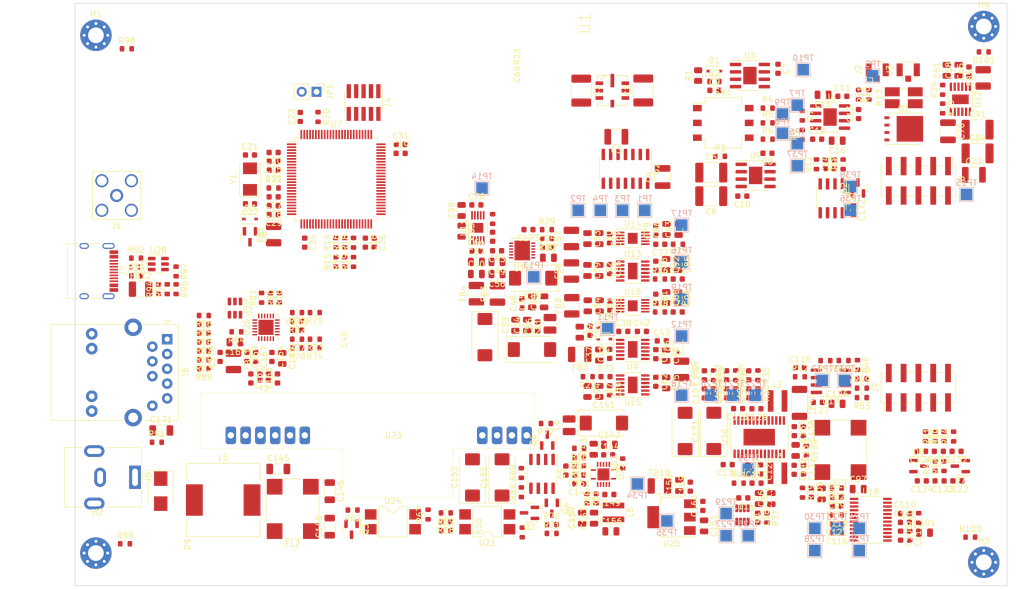
<source format=kicad_pcb>
(kicad_pcb (version 20211014) (generator pcbnew)
  (layers (0 "F.Cu" signal) (31 "B.Cu" signal) (34 "B.Paste" user) (35 "F.Paste" user) (36 "B.SilkS" user "B.Silkscreen") (37 "F.SilkS" user "F.Silkscreen") (38 "B.Mask" user) (39 "F.Mask" user) (44 "Edge.Cuts" user))
  (net 0 "")
  (net 1 "+5VA")
  (net 2 "GND")
  (net 3 "Net-(C2-Pad2)")
  (net 4 "Net-(C5-Pad1)")
  (net 5 "Net-(C5-Pad2)")
  (net 6 "Net-(C6-Pad1)")
  (net 7 "+9VA")
  (net 8 "-6V")
  (net 9 "+15V")
  (net 10 "Net-(C13-Pad1)")
  (net 11 "Net-(C13-Pad2)")
  (net 12 "/MCU/PD_MON")
  (net 13 "/driveStage/PD_C")
  (net 14 "Net-(C17-Pad2)")
  (net 15 "Net-(C18-Pad1)")
  (net 16 "Net-(C19-Pad1)")
  (net 17 "+3V3")
  (net 18 "Net-(C21-Pad2)")
  (net 19 "Net-(C22-Pad1)")
  (net 20 "/MCU/VREF")
  (net 21 "+12V")
  (net 22 "Net-(C37-Pad2)")
  (net 23 "Net-(C38-Pad1)")
  (net 24 "Net-(C38-Pad2)")
  (net 25 "Net-(C40-Pad1)")
  (net 26 "Net-(C42-Pad2)")
  (net 27 "Net-(C43-Pad2)")
  (net 28 "-9V")
  (net 29 "IN")
  (net 30 "Net-(C50-Pad1)")
  (net 31 "Net-(C51-Pad1)")
  (net 32 "Net-(C52-Pad1)")
  (net 33 "Net-(C53-Pad1)")
  (net 34 "Net-(C54-Pad1)")
  (net 35 "Net-(C55-Pad1)")
  (net 36 "Net-(C69-Pad1)")
  (net 37 "Net-(C70-Pad1)")
  (net 38 "Net-(C71-Pad1)")
  (net 39 "Net-(C72-Pad1)")
  (net 40 "Net-(C73-Pad1)")
  (net 41 "Net-(C74-Pad1)")
  (net 42 "+9V")
  (net 43 "+8V")
  (net 44 "+3.3VA")
  (net 45 "/thermostat/DAC_REF")
  (net 46 "/thermostat/ADC_REF")
  (net 47 "/thermostat/ADC_A3V3")
  (net 48 "/thermostat/ADC_D3V3")
  (net 49 "Net-(C102-Pad1)")
  (net 50 "Net-(C103-Pad1)")
  (net 51 "Net-(C104-Pad1)")
  (net 52 "/thermostat/MAXV")
  (net 53 "/thermostat/MAXIP")
  (net 54 "/thermostat/MAXIN")
  (net 55 "Net-(C110-Pad1)")
  (net 56 "Net-(C115-Pad1)")
  (net 57 "Net-(C117-Pad1)")
  (net 58 "/MCU/TEC_ISEN")
  (net 59 "Net-(C119-Pad1)")
  (net 60 "/MCU/TEC_VREF")
  (net 61 "Net-(C122-Pad2)")
  (net 62 "Net-(C123-Pad2)")
  (net 63 "Net-(C125-Pad1)")
  (net 64 "+5V")
  (net 65 "Net-(C132-Pad2)")
  (net 66 "Net-(C133-Pad2)")
  (net 67 "Net-(C135-Pad2)")
  (net 68 "Net-(C136-Pad2)")
  (net 69 "Net-(C141-Pad1)")
  (net 70 "Net-(C145-Pad1)")
  (net 71 "Net-(C145-Pad2)")
  (net 72 "Net-(C146-Pad1)")
  (net 73 "Net-(C147-Pad1)")
  (net 74 "Net-(C148-Pad1)")
  (net 75 "Net-(C149-Pad1)")
  (net 76 "Net-(C149-Pad2)")
  (net 77 "Net-(C150-Pad1)")
  (net 78 "Net-(C151-Pad1)")
  (net 79 "Net-(C152-Pad1)")
  (net 80 "Net-(C152-Pad2)")
  (net 81 "Net-(C158-Pad1)")
  (net 82 "Net-(C162-Pad2)")
  (net 83 "Net-(C163-Pad2)")
  (net 84 "Net-(C164-Pad1)")
  (net 85 "/Ehternet/AVDDT_PHY")
  (net 86 "/Ehternet/ETH_SHIELD")
  (net 87 "Net-(D1-Pad2)")
  (net 88 "/MCU/MCU_RSTn")
  (net 89 "/MCU/RST")
  (net 90 "Net-(FB12-Pad1)")
  (net 91 "Net-(FB12-Pad2)")
  (net 92 "/thermostat/TEC+")
  (net 93 "/thermostat/TEC-")
  (net 94 "Net-(J7-PadA7)")
  (net 95 "Net-(J7-PadA6)")
  (net 96 "/MCU/USB_DP")
  (net 97 "/MCU/USB_DN")
  (net 98 "Net-(J1-Pad1)")
  (net 99 "Net-(J2-Pad1)")
  (net 100 "/MCU/SWDIO")
  (net 101 "/MCU/SWCLK")
  (net 106 "Net-(J6-Pad1)")
  (net 107 "Net-(J6-Pad2)")
  (net 108 "Net-(J6-Pad3)")
  (net 109 "Net-(J6-Pad6)")
  (net 110 "/Ehternet/POE_VC-")
  (net 111 "/Ehternet/POE_VC+")
  (net 112 "Net-(J6-Pad11)")
  (net 113 "Net-(J6-Pad13)")
  (net 114 "Net-(J7-PadA5)")
  (net 116 "Net-(J7-PadB5)")
  (net 118 "/driveStage/LD-")
  (net 119 "/thermostat/NTC+")
  (net 120 "/thermostat/NTC-")
  (net 121 "Net-(JP1-Pad1)")
  (net 122 "Net-(L2-Pad1)")
  (net 123 "Net-(L3-Pad1)")
  (net 124 "Net-(Q1-Pad1)")
  (net 125 "Net-(Q2-Pad3)")
  (net 126 "Net-(Q3-Pad1)")
  (net 127 "Net-(Q4-Pad1)")
  (net 128 "Net-(Q5-Pad4)")
  (net 129 "Net-(Q6-Pad1)")
  (net 130 "Net-(R4-Pad1)")
  (net 131 "Net-(R4-Pad2)")
  (net 132 "Net-(R5-Pad1)")
  (net 133 "Net-(R6-Pad1)")
  (net 134 "Net-(R7-Pad2)")
  (net 135 "Net-(R10-Pad2)")
  (net 136 "/MCU/PD_BIAS")
  (net 137 "Net-(R14-Pad2)")
  (net 138 "Net-(R15-Pad2)")
  (net 139 "Net-(R16-Pad2)")
  (net 140 "Net-(R17-Pad2)")
  (net 141 "Net-(R18-Pad2)")
  (net 142 "Net-(R19-Pad2)")
  (net 143 "Net-(R24-Pad2)")
  (net 144 "Net-(R29-Pad2)")
  (net 145 "Net-(R30-Pad2)")
  (net 146 "/MCU/PWM_MAXV")
  (net 147 "/MCU/PWM_MAXIP")
  (net 148 "/MCU/PWM_MAXIN")
  (net 149 "Net-(R41-Pad1)")
  (net 150 "Net-(R42-Pad2)")
  (net 151 "Net-(R45-Pad1)")
  (net 152 "Net-(R46-Pad2)")
  (net 153 "/MCU/TEC_VSEN")
  (net 154 "Net-(R48-Pad2)")
  (net 155 "Net-(R56-Pad2)")
  (net 156 "Net-(R57-Pad2)")
  (net 157 "Net-(R60-Pad2)")
  (net 158 "Net-(R63-Pad1)")
  (net 159 "Net-(R65-Pad1)")
  (net 160 "/MCU/AT_EVENT")
  (net 161 "/MCU/POE_PWR_SRC")
  (net 162 "/Ehternet/RMII_RXD0")
  (net 163 "Net-(R73-Pad2)")
  (net 164 "/Ehternet/RMII_RXD1")
  (net 165 "Net-(R74-Pad2)")
  (net 166 "/Ehternet/RMII_CRS_DV")
  (net 167 "Net-(R75-Pad2)")
  (net 168 "/Ehternet/RMII_REF_CLK")
  (net 169 "Net-(R76-Pad2)")
  (net 170 "/Ehternet/RMII_MDIO")
  (net 171 "Net-(R82-Pad2)")
  (net 172 "/Ehternet/ETH_LED_1")
  (net 173 "Net-(R84-Pad1)")
  (net 174 "/Ehternet/PHY_TD_P")
  (net 175 "/Ehternet/PHY_TD_N")
  (net 176 "/Ehternet/PHY_RD_P")
  (net 177 "/Ehternet/PHY_RD_N")
  (net 178 "/Ehternet/ETH_LED_2")
  (net 179 "Net-(R94-Pad2)")
  (net 180 "Net-(R95-Pad1)")
  (net 181 "/MCU/USB_VBUS")
  (net 182 "/MCU/LDAC_LOAD")
  (net 183 "/MCU/LDAC_CLK")
  (net 184 "/MCU/LDAC_MOSI")
  (net 185 "/MCU/LDAC_CS")
  (net 186 "/MCU/TADC_SYNC")
  (net 187 "/MCU/TADC_MISO")
  (net 188 "/MCU/TDAC_MOSI")
  (net 189 "/MCU/TADC_CLK")
  (net 190 "/MCU/TDAC_CLK")
  (net 191 "/MCU/TADC_CS")
  (net 192 "/MCU/TDAC_SYNC")
  (net 193 "/MCU/TADC_MOSI")
  (net 194 "Net-(U1-Pad6)")
  (net 208 "/Ehternet/RMII_MDC")
  (net 209 "/Ehternet/PHY_NRST")
  (net 210 "/MCU/TEC_SHDN")
  (net 215 "/Ehternet/RMII_TX_EN")
  (net 216 "/Ehternet/RMII_TXD0")
  (net 217 "/Ehternet/RMII_TXD1")
  (net 258 "Net-(U19-Pad5)")
  (net 260 "Net-(U23-Pad3)")
  (net 267 "Net-(C35-Pad1)")
  (net 268 "Net-(J3-Pad1)")
  (net 269 "Net-(H1-Pad1)")
  (net 270 "Net-(H2-Pad1)")
  (net 271 "Net-(H3-Pad1)")
  (net 272 "Net-(H4-Pad1)")
  (footprint "Connector_RJ:RJ45_Abracon_ARJP11A-MA_Horizontal" (layer "F.Cu") (at 15.7964 57.6926 -90)
    (fp_text reference "J6")
    (fp_text value "RJ45_Abracon_ARJP11A-MASA-B-A-EMU2")
  )
  (footprint "Resistor_SMD:R_0603_1608Metric" (layer "F.Cu") (at 38.1008 53.117 180)
    (fp_text reference "R79")
    (fp_text value "10k")
  )
  (footprint "Resistor_SMD:R_0603_1608Metric" (layer "F.Cu") (at 63.6448 87.521 180)
    (fp_text reference "R59")
    (fp_text value "82k")
  )
  (footprint "Resistor_SMD:R_0603_1608Metric" (layer "F.Cu") (at 81.816 89.515)
    (fp_text reference "R70")
    (fp_text value "33k2")
  )
  (footprint "Capacitor_SMD:C_0603_1608Metric" (layer "F.Cu") (at 38.1008 56.165)
    (fp_text reference "C166")
    (fp_text value "100n")
  )
  (footprint "Capacitor_SMD:C_0603_1608Metric" (layer "F.Cu") (at 148.4148 82.022 180)
    (fp_text reference "C123")
    (fp_text value "100n")
  )
  (footprint "Package_TO_SOT_SMD:SOT-23" (layer "F.Cu") (at 81.054 75.0116 90)
    (fp_text reference "Q6")
    (fp_text value "BC857")
  )
  (footprint "Capacitor_SMD:C_0805_2012Metric" (layer "F.Cu") (at 107.978 89.7436 -90)
    (fp_text reference "C161")
    (fp_text value "10u")
  )
  (footprint "Inductor_SMD:L_1210_3225Metric" (layer "F.Cu") (at 34.077 39.728 90)
    (fp_text reference "FB1")
    (fp_text value "1K@100MHz")
  )
  (footprint "Capacitor_SMD:C_0603_1608Metric" (layer "F.Cu") (at 111.8388 63.8864 90)
    (fp_text reference "C103")
    (fp_text value "100n")
  )
  (footprint "Capacitor_SMD:C_0603_1608Metric" (layer "F.Cu") (at 68.8848 42.5348)
    (fp_text reference "C64")
    (fp_text value "100n")
  )
  (footprint "Package_QFP:LQFP-100_14x14mm_P0.5mm" (layer "F.Cu") (at 44.831 30.226)
    (fp_text reference "U7")
    (fp_text value "STM32F407VGTx")
  )
  (footprint "Capacitor_SMD:C_0603_1608Metric" (layer "F.Cu") (at 115.6488 63.8864 90)
    (fp_text reference "C104")
    (fp_text value "100n")
  )
  (footprint "Resistor_SMD:R_0603_1608Metric" (layer "F.Cu") (at 38.1008 54.641 180)
    (fp_text reference "R82")
    (fp_text value "10k")
  )
  (footprint "Capacitor_SMD:C_0603_1608Metric" (layer "F.Cu") (at 108.0288 66.9852 90)
    (fp_text reference "C107")
    (fp_text value "100n")
  )
  (footprint "Capacitor_SMD:C_0805_2012Metric" (layer "F.Cu") (at 86.6394 56.4874 -90)
    (fp_text reference "C39")
    (fp_text value "10u")
  )
  (footprint "Resistor_SMD:R_0603_1608Metric" (layer "F.Cu") (at 118.773 88.372 -90)
    (fp_text reference "R31")
    (fp_text value "33")
  )
  (footprint "Resistor_SMD:R_0603_1608Metric" (layer "F.Cu") (at 41.1488 53.117 180)
    (fp_text reference "R75")
    (fp_text value "33")
  )
  (footprint "Resistor_SMD:R_0603_1608Metric" (layer "F.Cu") (at 144.8334 88.385 90)
    (fp_text reference "R40")
    (fp_text value "33")
  )
  (footprint "Resistor_SMD:R_0603_1608Metric" (layer "F.Cu") (at 113.4136 63.8864 -90)
    (fp_text reference "R34")
    (fp_text value "10k")
  )
  (footprint "Resistor_SMD:R_0603_1608Metric" (layer "F.Cu") (at 156.0094 8.362 180)
    (fp_text reference "R101")
    (fp_text value "0")
  )
  (footprint "Capacitor_SMD:C_0603_1608Metric" (layer "F.Cu") (at 91.7702 60.211 90)
    (fp_text reference "C41")
    (fp_text value "100n")
  )
  (footprint "Diode_SMD:D_SMB" (layer "F.Cu") (at 14.6854 83.7746 -90)
    (fp_text reference "D9")
    (fp_text value "SMBJ13A-13-F")
  )
  (footprint "Capacitor_SMD:C_0603_1608Metric" (layer "F.Cu") (at 68.8848 34.6354)
    (fp_text reference "C76")
    (fp_text value "100n")
  )
  (footprint "Inductor_SMD:L_Wuerth_WE-PD-Typ-LS" (layer "F.Cu") (at 25.4168 85.307)
    (fp_text reference "L5")
    (fp_text value "10u")
  )
  (footprint "Capacitor_SMD:C_0805_2012Metric" (layer "F.Cu") (at 72.4332 46.5043 180)
    (fp_text reference "C56")
    (fp_text value "10u")
  )
  (footprint "Package_SO:SOIC-8-1EP_3.9x4.9mm_P1.27mm_EP2.29x3mm" (layer "F.Cu") (at 115.852 12.426)
    (fp_text reference "U3")
    (fp_text value "ADA4898-1YRDZ")
  )
  (footprint "Capacitor_SMD:C_0805_2012Metric" (layer "F.Cu") (at 89.0296 76.5864 90)
    (fp_text reference "C143")
    (fp_text value "10u")
  )
  (footprint "Package_TO_SOT_SMD:SOT-23-6" (layer "F.Cu") (at 27.4328 52.355 -90)
    (fp_text reference "U27")
    (fp_text value "USBLC6-4SC6")
  )
  (footprint "Resistor_SMD:R_0603_1608Metric" (layer "F.Cu") (at 47.793 41.122 90)
    (fp_text reference "R18")
    (fp_text value "10k")
  )
  (footprint "Capacitor_SMD:C_1812_4532Metric" (layer "F.Cu") (at 154.94 25.781)
    (fp_text reference "C84")
    (fp_text value "10u PP")
  )
  (footprint "Resistor_SMD:R_0603_1608Metric" (layer "F.Cu") (at 109.6036 63.8864 -90)
    (fp_text reference "R33")
    (fp_text value "10k")
  )
  (footprint "Resistor_SMD:R_0603_1608Metric" (layer "F.Cu") (at 100.4062 47.3586)
    (fp_text reference "R26")
    (fp_text value "51k")
  )
  (footprint "Capacitor_SMD:C_0603_1608Metric" (layer "F.Cu") (at 130.7618 89.4264 180)
    (fp_text reference "C121")
    (fp_text value "1u")
  )
  (footprint "Capacitor_SMD:C_0603_1608Metric" (layer "F.Cu") (at 91.7702 45.6444 -90)
    (fp_text reference "C66")
    (fp_text value "100n")
  )
  (footprint "Capacitor_SMD:C_0603_1608Metric" (layer "F.Cu") (at 117.186 88.3466 -90)
    (fp_text reference "C98")
    (fp_text value "100n")
  )
  (footprint "Capacitor_SMD:C_0603_1608Metric" (layer "F.Cu") (at 100.457 41.3896 180)
    (fp_text reference "C72")
    (fp_text value "100n")
  )
  (footprint "Capacitor_SMD:C_0805_2012Metric" (layer "F.Cu") (at 151.684 11.524 90)
    (fp_text reference "C58")
    (fp_text value "10u")
  )
  (footprint "Resistor_SMD:R_0603_1608Metric" (layer "F.Cu") (at 17.3254 46.0556 -90)
    (fp_text reference "R97")
    (fp_text value "10k")
  )
  (footprint "Resistor_SMD:R_0603_1608Metric" (layer "F.Cu") (at 117.2236 66.9852 -90)
    (fp_text reference "R38")
    (fp_text value "10k")
  )
  (footprint "Resistor_SMD:R_0603_1608Metric" (layer "F.Cu") (at 81.0006 38.875)
    (fp_text reference "R29")
    (fp_text value "33k2")
  )
  (footprint "Capacitor_SMD:C_0603_1608Metric" (layer "F.Cu") (at 94.107 56.3502)
    (fp_text reference "C38")
    (fp_text value "1u")
  )
  (footprint "Connector_Coaxial:SMA_Amphenol_132203-12_Horizontal" (layer "F.Cu") (at 7.1176 33.02 90)
    (fp_text reference "J1")
    (fp_text value "MOD_IN")
  )
  (footprint "Inductor_SMD:L_1210_3225Metric" (layer "F.Cu") (at 72.4916 49.924 90)
    (fp_text reference "FB3")
    (fp_text value "1K@100MHz")
  )
  (footprint "Resistor_SMD:R_0603_1608Metric" (layer "F.Cu") (at 89.436 85.07 90)
    (fp_text reference "R60")
    (fp_text value "82k")
  )
  (footprint "Capacitor_SMD:C_0805_2012Metric" (layer "F.Cu") (at 101.473 60.465 -90)
    (fp_text reference "C48")
    (fp_text value "10u")
  )
  (footprint "Connector_USB:USB_C_Receptacle_HRO_TYPE-C-31-M-12" (layer "F.Cu") (at 2.5934 45.9926 -90)
    (fp_text reference "J7")
    (fp_text value "USB_C_Receptacle_USB2.0")
  )
  (footprint "Inductor_SMD:L_1210_3225Metric" (layer "F.Cu") (at 85.1916 40.399 90)
    (fp_text reference "FB7")
    (fp_text value "1K@100MHz")
  )
  (footprint "Capacitor_SMD:C_0805_2012Metric" (layer "F.Cu") (at 101.473 50.5336 -90)
    (fp_text reference "C88")
    (fp_text value "10u")
  )
  (footprint "Capacitor_SMD:C_0603_1608Metric" (layer "F.Cu") (at 100.711 57.9758)
    (fp_text reference "C43")
    (fp_text value "1u")
  )
  (footprint "Capacitor_SMD:C_0805_2012Metric" (layer "F.Cu") (at 89.9922 66.6626 -90)
    (fp_text reference "C87")
    (fp_text value "10u")
  )
  (footprint "Capacitor_SMD:C_0603_1608Metric" (layer "F.Cu") (at 91.5188 77.5516)
    (fp_text reference "C144")
    (fp_text value "100n")
  )
  (footprint "Resistor_SMD:R_0603_1608Metric" (layer "F.Cu") (at 81.0006 40.399 180)
    (fp_text reference "R30")
    (fp_text value "150k")
  )
  (footprint "Capacitor_SMD:C_0603_1608Metric" (layer "F.Cu") (at 133.632 35.54 -90)
    (fp_text reference "C172")
    (fp_text value "100n")
  )
  (footprint "Package_SO:MSOP-12-1EP_3x4mm_P0.65mm_EP1.65x2.85mm" (layer "F.Cu") (at 95.7326 45.987)
    (fp_text reference "U13")
    (fp_text value "LT3045xMSE")
  )
  (footprint "Capacitor_SMD:C_0603_1608Metric" (layer "F.Cu") (at 99.695 60.2618 -90)
    (fp_text reference "C47")
    (fp_text value "100n")
  )
  (footprint "Resistor_SMD:R_0603_1608Metric" (layer "F.Cu") (at 32.0048 50.577 90)
    (fp_text reference "R81")
    (fp_text value "10k")
  )
  (footprint "Capacitor_SMD:C_0805_2012Metric" (layer "F.Cu") (at 101.5238 38.8496 90)
    (fp_text reference "C86")
    (fp_text value "10u")
  )
  (footprint "MountingHole:MountingHole_2.7mm_M2.5_Pad_Via" (layer "F.Cu") (at 156 4)
    (fp_text reference "H4")
    (fp_text value "MountingHole_Pad")
  )
  (footprint "Connector_PinHeader_1.27mm:PinHeader_2x05_P1.27mm_Vertical_SMD" (layer "F.Cu") (at 49.5202 17.0552 -90)
    (fp_text reference "J4")
    (fp_text value "Conn_02x05_Odd_Even")
  )
  (footprint "Package_TO_SOT_SMD:SOT-223-3_TabPin2" (layer "F.Cu") (at 102.39 88.245 180)
    (fp_text reference "U25")
    (fp_text value "AMS1117-3.3")
  )
  (footprint "Capacitor_SMD:C_0805_2012Metric" (layer "F.Cu") (at 89.9922 45.8854 -90)
    (fp_text reference "C52")
    (fp_text value "10u")
  )
  (footprint "Resistor_SMD:R_0603_1608Metric" (layer "F.Cu") (at 117.2236 63.8864 -90)
    (fp_text reference "R35")
    (fp_text value "10k")
  )
  (footprint "Resistor_SMD:R_0603_1608Metric" (layer "F.Cu") (at 118.9 23.348)
    (fp_text reference "R6")
    (fp_text value "100")
  )
  (footprint "Resistor_SMD:R_0603_1608Metric" (layer "F.Cu") (at 88.011 64.1226 180)
    (fp_text reference "R22")
    (fp_text value "60k4")
  )
  (footprint "Capacitor_SMD:C_0603_1608Metric" (layer "F.Cu") (at 55.88 25.781)
    (fp_text reference "C19")
    (fp_text value "2u2")
  )
  (footprint "Resistor_SMD:R_0603_1608Metric" (layer "F.Cu") (at 22.0988 61.245 180)
    (fp_text reference "R83")
    (fp_text value "10k")
  )
  (footprint "Capacitor_SMD:C_0603_1608Metric" (layer "F.Cu") (at 112.042 79.228 180)
    (fp_text reference "C130")
    (fp_text value "1u")
  )
  (footprint "Capacitor_SMD:C_0805_2012Metric" (layer "F.Cu") (at 128.171 84.2448 -90)
    (fp_text reference "C100")
    (fp_text value "10u")
  )
  (footprint "Package_SO:MSOP-12-1EP_3x4mm_P0.65mm_EP1.65x2.85mm" (layer "F.Cu") (at 95.7326 65.545 180)
    (fp_text reference "U15")
    (fp_text value "LT3094xMSE")
  )
  (footprint "Inductor_SMD:L_1008_2520Metric" (layer "F.Cu") (at 81.5314 55.0494 90)
    (fp_text reference "L1")
    (fp_text value "1u")
  )
  (footprint "Resistor_SMD:R_0603_1608Metric" (layer "F.Cu") (at 8.8672 7.8286)
    (fp_text reference "R98")
    (fp_text value "0")
  )
  (footprint "Package_SO:MSOP-12-1EP_3x4mm_P0.65mm_EP1.65x2.85mm" (layer "F.Cu") (at 95.7326 59.449 180)
    (fp_text reference "U9")
    (fp_text value "LTC3261")
  )
  (footprint "Crystal:Crystal_SMD_2016-4Pin_2.0x1.6mm" (layer "F.Cu") (at 32.45 64.177 180)
    (fp_text reference "Y2")
    (fp_text value "25MHz")
  )
  (footprint "Resistor_SMD:R_0603_1608Metric" (layer "F.Cu") (at 124.841 19.304 -90)
    (fp_text reference "R7")
    (fp_text value "100")
  )
  (footprint "Capacitor_SMD:C_0603_1608Metric" (layer "F.Cu") (at 34.077 36.296 180)
    (fp_text reference "C29")
    (fp_text value "2u2")
  )
  (footprint "Capacitor_SMD:C_0603_1608Metric" (layer "F.Cu") (at 91.7702 66.4594 -90)
    (fp_text reference "C80")
    (fp_text value "100n")
  )
  (footprint "Capacitor_SMD:C_1206_3216Metric" (layer "F.Cu") (at 43.7048 83.783 -90)
    (fp_text reference "C146")
    (fp_text value "4n7")
  )
  (footprint "Inductor_SMD:L_Wuerth_MAPI-4020" (layer "F.Cu") (at 92.4332 87.4322 -90)
    (fp_text reference "L6")
    (fp_text value "3u3")
  )
  (footprint "Resistor_SMD:R_0603_1608Metric" (layer "F.Cu") (at 136.284 15.728 90)
    (fp_text reference "R11")
    (fp_text value "0")
  )
  (footprint "Capacitor_SMD:C_0805_2012Metric" (layer "F.Cu") (at 103.505 44.8694 -90)
    (fp_text reference "C85")
    (fp_text value "10u")
  )
  (footprint "Capacitor_SMD:C_0805_2012Metric" (layer "F.Cu") (at 91.722 75.8244)
    (fp_text reference "C142")
    (fp_text value "10u")
  )
  (footprint "Package_SO:SOIC-14_3.9x8.7mm_P1.27mm" (layer "F.Cu") (at 94.488 28.448 -90)
    (fp_text reference "U2")
    (fp_text value "MAX5719xSD")
  )
  (footprint "Capacitor_SMD:C_0603_1608Metric" (layer "F.Cu") (at 116.9696 69.6388 180)
    (fp_text reference "C129")
    (fp_text value "1u")
  )
  (footprint "Resistor_SMD:R_0603_1608Metric" (layer "F.Cu") (at 109.756 13.442)
    (fp_text reference "R2")
    (fp_text value "100")
  )
  (footprint "Capacitor_SMD:C_0603_1608Metric" (layer "F.Cu") (at 99.695 45.0726 -90)
    (fp_text reference "C78")
    (fp_text value "100n")
  )
  (footprint "Connector_Coaxial:U.FL_Hirose_U.FL-R-SMT-1_Vertical" (layer "F.Cu") (at 137.696 11.918 90)
    (fp_text reference "J2")
    (fp_text value "DNP")
  )
  (footprint "Capacitor_SMD:C_0603_1608Metric" (layer "F.Cu") (at 114.5454 33.127 180)
    (fp_text reference "C10")
    (fp_text value "100n")
  )
  (footprint "Inductor_SMD:L_CommonModeChoke_Wuerth_WE-SL5" (layer "F.Cu") (at 131.3968 76.7)
    (fp_text reference "FL1")
    (fp_text value "WE-SL5")
  )
  (footprint "Resistor_SMD:R_0603_1608Metric" (layer "F.Cu") (at 153.698 91.674)
    (fp_text reference "R100")
    (fp_text value "0")
  )
  (footprint "Resistor_SMD:R_0603_1608Metric" (layer "F.Cu") (at 22.0988 59.721 180)
    (fp_text reference "R90")
    (fp_text value "220")
  )
  (footprint "Capacitor_SMD:C_0603_1608Metric" (layer "F.Cu") (at 71.6788 40.0964 -90)
    (fp_text reference "C69")
    (fp_text value "100n")
  )
  (footprint "Inductor_SMD:L_1210_3225Metric" (layer "F.Cu") (at 100.3072 82.8856)
    (fp_text reference "FB10")
    (fp_text value "1K@100MHz")
  )
  (footprint "Diode_SMD:D_SOD-323" (layer "F.Cu") (at 109.756 11.664)
    (fp_text reference "D1")
    (fp_text value "AQ4020-01FTG-C")
  )
  (footprint "Resistor_SMD:R_0603_1608Metric" (layer "F.Cu") (at 41.697 19.532 -90)
    (fp_text reference "R20")
    (fp_text value "10k")
  )
  (footprint "Connector_BarrelJack:BarrelJack_CUI_PJ-063AH_Horizontal" (layer "F.Cu") (at 10.2794 81.4026 -90)
    (fp_text reference "J5")
    (fp_text value "Barrel_Jack")
  )
  (footprint "Resistor_SMD:R_0603_1608Metric" (layer "F.Cu") (at 146.0018 74.402 -90)
    (fp_text reference "R55")
    (fp_text value "5k11 5ppm")
  )
  (footprint "Resistor_SMD:R_0603_1608Metric" (layer "F.Cu") (at 86.5404 79.482 180)
    (fp_text reference "R64")
    (fp_text value "4k12")
  )
  (footprint "Resistor_SMD:R_0603_1608Metric" (layer "F.Cu") (at 148.9408 14.8768 90)
    (fp_text reference "R24")
    (fp_text value "470")
  )
  (footprint "Capacitor_SMD:C_0603_1608Metric" (layer "F.Cu") (at 120.678 11.2576 -90)
    (fp_text reference "C7")
    (fp_text value "100n")
  )
  (footprint "Capacitor_Tantalum_SMD:CP_EIA-7343-15_Kemet-W" (layer "F.Cu") (at 78.6308 47.2155 180)
    (fp_text reference "C89")
    (fp_text value "220u")
  )
  (footprint "Capacitor_SMD:C_0603_1608Metric" (layer "F.Cu") (at 125.5294 76.7886 -90)
    (fp_text reference "C139")
    (fp_text value "100n")
  )
  (footprint "Capacitor_SMD:C_0603_1608Metric" (layer "F.Cu") (at 151.3358 76.942 180)
    (fp_text reference "C132")
    (fp_text value "10n")
  )
  (footprint "Capacitor_SMD:C_1206_3216Metric" (layer "F.Cu") (at 34.8768 79.973)
    (fp_text reference "C145")
    (fp_text value "4n7")
  )
  (footprint "Capacitor_SMD:C_0603_1608Metric" (layer "F.Cu") (at 91.059 64.1226)
    (fp_text reference "C73")
    (fp_text value "100n")
  )
  (footprint "Package_SO:TSSOP-24_4.4x7.8mm_P0.65mm" (layer "F.Cu") (at 136.6038 88.6898)
    (fp_text reference "U18")
    (fp_text value "AD7172-2")
  )
  (footprint "Capacitor_SMD:C_0603_1608Metric" (layer "F.Cu") (at 148.2878 76.942 180)
    (fp_text reference "C133")
    (fp_text value "100n")
  )
  (footprint "Resistor_SMD:R_0603_1608Metric" (layer "F.Cu") (at 38.1008 57.689 180)
    (fp_text reference "R77")
    (fp_text value "10k")
  )
  (footprint "Inductor_SMD:L_CommonModeChoke_Coilcraft_0603USB" (layer "F.Cu") (at 10.2134 45.2936 90)
    (fp_text reference "FL3")
    (fp_text value "Filter_EMI_LL_1423")
  )
  (footprint "Inductor_SMD:L_1210_3225Metric" (layer "F.Cu") (at 68.8848 49.8754 90)
    (fp_text reference "FB4")
    (fp_text value "1K@100MHz")
  )
  (footprint "Resistor_SMD:R_0603_1608Metric" (layer "F.Cu") (at 134.3178 62.1084 -90)
    (fp_text reference "R46")
    (fp_text value "10k")
  )
  (footprint "Resistor_SMD:R_0603_1608Metric" (layer "F.Cu") (at 33.5288 50.577 -90)
    (fp_text reference "R76")
    (fp_text value "33")
  )
  (footprint "Capacitor_SMD:C_0603_1608Metric" (layer "F.Cu") (at 124.4372 62.5656)
    (fp_text reference "C118")
    (fp_text value "100n")
  )
  (footprint "Resistor_SMD:R_0603_1608Metric" (layer "F.Cu") (at 22.0988 53.625 180)
    (fp_text reference "R86")
    (fp_text value "33")
  )
  (footprint "Capacitor_SMD:C_1210_3225Metric" (layer "F.Cu") (at 154.305 29.464)
    (fp_text reference "C77")
    (fp_text value "100n PPS")
  )
  (footprint "Inductor_SMD:L_1210_3225Metric" (layer "F.Cu") (at 104.1146 62.878 -90)
    (fp_text reference "FB9")
    (fp_text value "1K@100MHz")
  )
  (footprint "Package_TO_SOT_SMD:SOT-23" (layer "F.Cu") (at 30.013 40.106 -90)
    (fp_text reference "U8")
    (fp_text value "STM809SWX6F")
  )
  (footprint "Capacitor_SMD:C_0805_2012Metric" (layer "F.Cu") (at 88.011 51.956 -90)
    (fp_text reference "C54")
    (fp_text value "10u")
  )
  (footprint "Connector_PinHeader_2.54mm:PinHeader_2x05_P2.54mm_Vertical_SMD" (layer "F.Cu") (at 144.78 30.495 -90)
    (fp_text reference "J8")
    (fp_text value "Conn_02x05_Odd_Even")
  )
  (footprint "Capacitor_SMD:C_0603_1608Metric" (layer "F.Cu") (at 115.6488 66.9852 90)
    (fp_text reference "C109")
    (fp_text value "100n")
  )
  (footprint "Capacitor_SMD:C_0603_1608Metric" (layer "F.Cu") (at 91.821 51.956 -90)
    (fp_text reference "C68")
    (fp_text value "100n")
  )
  (footprint "Package_DIP:SMDIP-4_W7.62mm" (layer "F.Cu") (at 54.5548 89.045)
    (fp_text reference "U24")
    (fp_text value "ACPL-217-500E")
  )
  (footprint "Resistor_SMD:R_0603_1608Metric" (layer "F.Cu") (at 46.269 41.122 90)
    (fp_text reference "R16")
    (fp_text value "10k")
  )
  (footprint "Capacitor_SMD:C_0603_1608Metric" (layer "F.Cu") (at 103.4542 47.3586)
    (fp_text reference "C71")
    (fp_text value "100n")
  )
  (footprint "Capacitor_SMD:C_0603_1608Metric" (layer "F.Cu") (at 97.3074 56.3502)
    (fp_text reference "C42")
    (fp_text value "1u")
  )
  (footprint "Capacitor_SMD:C_0603_1608Metric" (layer "F.Cu") (at 153.462 11.7272 90)
    (fp_text reference "C65")
    (fp_text value "100n")
  )
  (footprint "Diode_SMD:D_SOD-323" (layer "F.Cu") (at 30.013 37.058)
    (fp_text reference "D3")
    (fp_text value "B5819")
  )
  (footprint "Package_SO:SOIC-8-1EP_3.9x4.9mm_P1.27mm_EP2.29x3mm" (layer "F.Cu") (at 129.618 19.55)
    (fp_text reference "U6")
    (fp_text value "ADA4898-1YRDZ")
  )
  (footprint "Capacitor_SMD:C_0805_2012Metric" (layer "F.Cu") (at 87.9602 40.4244 -90)
    (fp_text reference "C53")
    (fp_text value "10u")
  )
  (footprint "Capacitor_SMD:C_0805_2012Metric" (layer "F.Cu") (at 27.4328 58.197 180)
    (fp_text reference "C168")
    (fp_text value "10u")
  )
  (footprint "Resistor_SMD:R_0603_1608Metric" (layer "F.Cu") (at 131.854 27.666 90)
    (fp_text reference "R9")
    (fp_text value "1k")
  )
  (footprint "Capacitor_SMD:C_0805_2012Metric" (layer "F.Cu") (at 68.8848 46.4972)
    (fp_text reference "C50")
    (fp_text value "10u")
  )
  (footprint "Capacitor_SMD:C_0603_1608Metric" (layer "F.Cu") (at 34.077 34.772 180)
    (fp_text reference "C28")
    (fp_text value "100n")
  )
  (footprint "Capacitor_SMD:C_0603_1608Metric" (layer "F.Cu") (at 127.394 23.348)
    (fp_text reference "C12")
    (fp_text value "100n")
  )
  (footprint "Capacitor_SMD:C_0603_1608Metric" (layer "F.Cu") (at 34.077 28.676 180)
    (fp_text reference "C30")
    (fp_text value "100n")
  )
  (footprint "Resistor_SMD:R_2010_5025Metric" (layer "F.Cu") (at 124.361 68.624 90)
    (fp_text reference "R45")
    (fp_text value "50m")
  )
  (footprint "Resistor_SMD:R_0603_1608Metric" (layer "F.Cu") (at 14.2774 49.1036 90)
    (fp_text reference "R94")
    (fp_text value "5k1")
  )
  (footprint "Resistor_SMD:R_0603_1608Metric" (layer "F.Cu") (at 87.8612 85.07 -90)
    (fp_text reference "R61")
    (fp_text value "33k2")
  )
  (footprint "Resistor_SMD:R_0603_1608Metric" (layer "F.Cu") (at 76.5988 80.663 90)
    (fp_text reference "R69")
    (fp_text value "10k")
  )
  (footprint "Package_SO:SOIC-8_3.9x4.9mm_P1.27mm" (layer "F.Cu") (at 129.7458 64.929 180)
    (fp_text reference "U19")
    (fp_text value "RS8552")
  )
  (footprint "Resistor_SMD:R_0603_1608Metric" (layer "F.Cu") (at 109.6036 66.9852 -90)
    (fp_text reference "R36")
    (fp_text value "10k")
  )
  (footprint "Capacitor_Tantalum_SMD:CP_EIA-7343-15_Kemet-W" (layer "F.Cu") (at 68.2168 81.425 90)
    (fp_text reference "C152")
    (fp_text value "220u")
  )
  (footprint "Resistor_SMD:R_Shunt_Ohmite_LVK20" (layer "F.Cu") (at 142.268 16.236 90)
    (fp_text reference "R13")
    (fp_text value "10")
  )
  (footprint "Capacitor_SMD:C_1812_4532Metric" (layer "F.Cu") (at 97.536 14.986 90)
    (fp_text reference "C2")
    (fp_text value "10u PP")
  )
  (footprint "Resistor_SMD:R_0603_1608Metric" (layer "F.Cu") (at 134.506 15.728 -90)
    (fp_text reference "R10")
    (fp_text value "100")
  )
  (footprint "Resistor_SMD:R_0603_1608Metric" (layer "F.Cu") (at 22.0988 55.149 180)
    (fp_text reference "R85")
    (fp_text value "33")
  )
  (footprint "Capacitor_SMD:C_0603_1608Metric" (layer "F.Cu") (at 88.4174 56.2486 -90)
    (fp_text reference "C35")
    (fp_text value "100n")
  )
  (footprint "Resistor_SMD:R_0603_1608Metric" (layer "F.Cu") (at 94.008 79.0248 90)
    (fp_text reference "R63")
    (fp_text value "82k")
  )
  (footprint "Capacitor_SMD:C_0603_1608Metric" (layer "F.Cu") (at 77.8256 38.875 180)
    (fp_text reference "C173")
    (fp_text value "100n")
  )
  (footprint "Resistor_SMD:R_0603_1608Metric" (layer "F.Cu") (at 149.1768 79.482 90)
    (fp_text reference "R43")
    (fp_text value "51")
  )
  (footprint "Capacitor_SMD:C_0603_1608Metric" (layer "F.Cu") (at 130.7618 90.9504 180)
    (fp_text reference "C116")
    (fp_text value "100n")
  )
  (footprint "Capacitor_Tantalum_SMD:CP_EIA-7343-15_Kemet-W" (layer "F.Cu") (at 90.781 72.0894)
    (fp_text reference "C141")
    (fp_text value "220u")
  )
  (footprint "Resistor_SMD:R_0603_1608Metric" (layer "F.Cu") (at 80.8254 72.1668 180)
    (fp_text reference "R72")
    (fp_text value "82k")
  )
  (footprint "Resistor_SMD:R_0603_1608Metric" (layer "F.Cu") (at 130.7618 83.2542 180)
    (fp_text reference "R32")
    (fp_text value "33")
  )
  (footprint "Resistor_SMD:R_0603_1608Metric" (layer "F.Cu") (at 135.0666 67.7218 180)
    (fp_text reference "R53")
    (fp_text value "20k")
  )
  (footprint "Capacitor_SMD:C_0603_1608Metric" (layer "F.Cu") (at 142.4712 89.1476)
    (fp_text reference "C111")
    (fp_text value "100n")
  )
  (footprint "Inductor_SMD:L_CommonModeChoke_Wuerth_WE-SL5" (layer "F.Cu") (at 37.3548 86.831)
    (fp_text reference "FL2")
    (fp_text value "2x1m")
  )
  (footprint "Capacitor_SMD:C_0603_1608Metric" (layer "F.Cu") (at 79.3978 55.4936 90)
    (fp_text reference "C36")
    (fp_text value "100n")
  )
  (footprint "MountingHole:MountingHole_2.7mm_M2.5_Pad_Via" (layer "F.Cu") (at 156 96)
    (fp_text reference "H3")
    (fp_text value "MountingHole_Pad")
  )
  (footprint "Resistor_SMD:R_0603_1608Metric" (layer "F.Cu") (at 41.1488 59.213 180)
    (fp_text reference "R74")
    (fp_text value "33")
  )
  (footprint "Package_DFN_QFN:QFN-24-1EP_4x4mm_P0.5mm_EP2.6x2.6mm" (layer "F.Cu") (at 32.7668 55.657 90)
    (fp_text reference "U26")
    (fp_text value "LAN8742A")
  )
  (footprint "Capacitor_SMD:C_0805_2012Metric" (layer "F.Cu") (at 68.8848 44.4144)
    (fp_text reference "C57")
    (fp_text value "10u")
  )
  (footprint "Resistor_SMD:R_0603_1608Metric" (layer "F.Cu") (at 63.6448 89.045 180)
    (fp_text reference "R58")
    (fp_text value "20k")
  )
  (footprint "Capacitor_SMD:C_0603_1608Metric" (layer "F.Cu") (at 81.0006 41.9323)
    (fp_text reference "C75")
    (fp_text value "100n")
  )
  (footprint "Capacitor_SMD:C_0805_2012Metric" (layer "F.Cu") (at 103.6066 38.8496 90)
    (fp_text reference "C93")
    (fp_text value "10u")
  )
  (footprint "Capacitor_Tantalum_SMD:CP_EIA-7343-15_Kemet-W" (layer "F.Cu") (at 104.7268 73.4502 90)
    (fp_text reference "C157")
    (fp_text value "220u")
  )
  (footprint "Resistor_SMD:R_0603_1608Metric" (layer "F.Cu") (at 22.0988 58.197 180)
    (fp_text reference "R87")
    (fp_text value "33")
  )
  (footprint "Resistor_SMD:R_0805_2012Metric" (layer "F.Cu") (at 106.962 12.426 90)
    (fp_text reference "R1")
    (fp_text value "50")
  )
  (footprint "Inductor_SMD:L_Wuerth_MAPI-4030" (layer "F.Cu") (at 120.6018 68.2926)
    (fp_text reference "L2")
    (fp_text value "6.8u")
  )
  (footprint "Capacitor_SMD:C_0805_2012Metric" (layer "F.Cu") (at 134.4448 83.432)
    (fp_text reference "C97")
    (fp_text value "10u")
  )
  (footprint "Capacitor_SMD:C_0805_2012Metric" (layer "F.Cu") (at 117.4134 85.07 -90)
    (fp_text reference "C113")
    (fp_text value "10u")
  )
  (footprint "Capacitor_SMD:C_0603_1608Metric" (layer "F.Cu") (at 86.5404 81.006 180)
    (fp_text reference "C151")
    (fp_text value "39p")
  )
  (footprint "Inductor_SMD:L_Wuerth_MAPI-4030" (layer "F.Cu") (at 120.5764 80.7132)
    (fp_text reference "L3")
    (fp_text value "6.8u")
  )
  (footprint "Capacitor_SMD:C_0603_1608Metric" (layer "F.Cu") (at 143.284 91.42 -90)
    (fp_text reference "C112")
    (fp_text value "100n")
  )
  (footprint "kirdy:AG5300" (layer "F.Cu") (at 26.7251 74.2006)
    (fp_text reference "U23")
    (fp_text value "AG5300")
  )
  (footprint "Capacitor_SMD:C_0603_1608Metric" (layer "F.Cu") (at 34.077 33.248 180)
    (fp_text reference "C27")
    (fp_text value "100n")
  )
  (footprint "Capacitor_Tantalum_SMD:CP_EIA-7343-15_Kemet-W" (layer "F.Cu") (at 70.3554 57.3354 -90)
    (fp_text reference "C40")
    (fp_text value "220u")
  )
  (footprint "Resistor_SMD:R_0603_1608Metric" (layer "F.Cu") (at 149.1768 74.402 90)
    (fp_text reference "R50")
    (fp_text value "51")
  )
  (footprint "Package_SO:MSOP-12-1EP_3x4mm_P0.65mm_EP1.65x2.85mm" (layer "F.Cu") (at 151.9888 16.5024 -90)
    (fp_text reference "U12")
    (fp_text value "LT3045xMSE")
  )
  (footprint "Capacitor_SMD:C_1210_3225Metric" (layer "F.Cu") (at 92.9132 22.9362 180)
    (fp_text reference "C3")
    (fp_text value "100n PPS")
  )
  (footprint "Capacitor_SMD:C_0603_1608Metric" (layer "F.Cu") (at 123.4466 80.116 -90)
    (fp_text reference "C140")
    (fp_text value "100n")
  )
  (footprint "Resistor_SMD:R_0603_1608Metric" (layer "F.Cu") (at 41.1488 57.689 180)
    (fp_text reference "R73")
    (fp_text value "33")
  )
  (footprint "Capacitor_SMD:C_0603_1608Metric" (layer "F.Cu") (at 55.88 24.257)
    (fp_text reference "C31")
    (fp_text value "100n")
  )
  (footprint "Capacitor_SMD:C_1210_3225Metric" (layer "F.Cu") (at 100.8634 29.845 90)
    (fp_text reference "C4")
    (fp_text value "100n PPS")
  )
  (footprint "Resistor_SMD:R_0603_1608Metric" (layer "F.Cu") (at 14.0234 75.3926)
    (fp_text reference "R91")
    (fp_text value "0")
  )
  (footprint "Package_DFN_QFN:DFN-12-1EP_4x4mm_P0.5mm_EP2.66x3.38mm" (layer "F.Cu") (at 76.7558 42.4564 180)
    (fp_text reference "U10")
    (fp_text value "LT3081xDF")
  )
  (footprint "Capacitor_SMD:C_0603_1608Metric" (layer "F.Cu") (at 76.7024 51.5312 90)
    (fp_text reference "C46")
    (fp_text value "100n")
  )
  (footprint "Capacitor_SMD:C_0603_1608Metric" (layer "F.Cu") (at 130.7618 86.3784 180)
    (fp_text reference "C117")
    (fp_text value "100n")
  )
  (footprint "Connector_Coaxial:U.FL_Hirose_U.FL-R-SMT-1_Vertical" (layer "F.Cu") (at 143.03 11.918 90)
    (fp_text reference "J3")
    (fp_text value "DNP")
  )
  (footprint "Resistor_SMD:R_0603_1608Metric" (layer "F.Cu") (at 86.5404 78.0088 180)
    (fp_text reference "R65")
    (fp_text value "52k3")
  )
  (footprint "Resistor_SMD:R_0603_1608Metric" (layer "F.Cu") (at 47.793 44.424 90)
    (fp_text reference "R19")
    (fp_text value "10k")
  )
  (footprint "Connector_PinHeader_2.54mm:PinHeader_1x02_P2.54mm_Vertical" (layer "F.Cu") (at 41.443 15.214 -90)
    (fp_text reference "JP1")
    (fp_text value "DNP")
  )
  (footprint "Capacitor_SMD:C_0805_2012Metric" (layer "F.Cu") (at 130.838 23.602 180)
    (fp_text reference "C16")
    (fp_text value "10u")
  )
  (footprint "Capacitor_SMD:C_1206_3216Metric" (layer "F.Cu") (at 14.7854 73.3606)
    (fp_text reference "C171")
    (fp_text value "DNP")
  )
  (footprint "Capacitor_SMD:C_0603_1608Metric" (layer "F.Cu") (at 123.472 73.4742 -90)
    (fp_text reference "C135")
    (fp_text value "1u")
  )
  (footprint "Package_SO:HTSSOP-28-1EP_4.4x9.7mm_P0.65mm_EP2.85x5.4mm" (layer "F.Cu") (at 117.4522 74.5156 90)
    (fp_text reference "U20")
    (fp_text value "MAX1968xUI")
  )
  (footprint "Capacitor_SMD:C_0603_1608Metric" (layer "F.Cu") (at 107.7748 86.3146 90)
    (fp_text reference "C160")
    (fp_text value "100n")
  )
  (footprint "Capacitor_SMD:C_0603_1608Metric" (layer "F.Cu") (at 72.4408 42.5094 180)
    (fp_text reference "C63")
    (fp_text value "100n")
  )
  (footprint "Resistor_SMD:R_0603_1608Metric" (layer "F.Cu") (at 60.5968 87.789 90)
    (fp_text reference "R67")
    (fp_text value "10k")
  )
  (footprint "Package_SO:SOIC-8_3.9x4.9mm_P1.27mm" (layer "F.Cu") (at 129.822 33.508 -90)
    (fp_text reference "U5")
    (fp_text value "RS8552")
  )
  (footprint "Capacitor_SMD:C_0805_2012Metric" (layer "F.Cu") (at 75.5878 55.2904 90)
    (fp_text reference "C33")
    (fp_text value "10u")
  )
  (footprint "Capacitor_SMD:C_0805_2012Metric" (layer "F.Cu") (at 103.7362 82.8094 90)
    (fp_text reference "C158")
    (fp_text value "10u")
  )
  (footprint "Capacitor_SMD:C_0805_2012Metric" (layer "F.Cu") (at 77.6198 55.2904 90)
    (fp_text reference "C34")
    (fp_text value "10u")
  )
  (footprint "Capacitor_SMD:C_0603_1608Metric" (layer "F.Cu") (at 86.5404 82.53 180)
    (fp_text reference "C147")
    (fp_text value "1n6")
  )
  (footprint "Capacitor_SMD:C_0805_2012Metric" (layer "F.Cu") (at 72.4332 44.4144 180)
    (fp_text reference "C49")
    (fp_text value "10u")
  )
  (footprint "Capacitor_SMD:C_0805_2012Metric" (layer "F.Cu") (at 87.9602 45.8854 -90)
    (fp_text reference "C59")
    (fp_text value "10u")
  )
  (footprint "Capacitor_SMD:C_0603_1608Metric" (layer "F.Cu") (at 103.4542 53.0228)
    (fp_text reference "C74")
    (fp_text value "100n")
  )
  (footprint "Resistor_SMD:R_0603_1608Metric" (layer "F.Cu") (at 128.8192 61.3718 180)
    (fp_text reference "R52")
    (fp_text value "20k")
  )
  (footprint "Resistor_SMD:R_0603_1608Metric" (layer "F.Cu") (at 110.7212 26.2944)
    (fp_text reference "R3")
    (fp_text value "2k")
  )
  (footprint "Capacitor_SMD:C_0805_2012Metric" (layer "F.Cu") (at 101.473 65.1894 -90)
    (fp_text reference "C55")
    (fp_text value "10u")
  )
  (footprint "Capacitor_SMD:C_0603_1608Metric" (layer "F.Cu") (at 145.2398 76.942 180)
    (fp_text reference "C134")
    (fp_text value "10n")
  )
  (footprint "Resistor_SMD:R_0603_1608Metric" (layer "F.Cu") (at 44.745 44.424 90)
    (fp_text reference "R15")
    (fp_text value "10k")
  )
  (footprint "Inductor_SMD:L_1210_3225Metric" (layer "F.Cu") (at 155.9004 12.827 90)
    (fp_text reference "FB5")
    (fp_text value "1K@100MHz")
  )
  (footprint "Capacitor_SMD:C_0805_2012Metric" (layer "F.Cu") (at 119.535 85.07 90)
    (fp_text reference "C96")
    (fp_text value "10u")
  )
  (footprint "Capacitor_SMD:C_0603_1608Metric" (layer "F.Cu") (at 99.695 39.0528 90)
    (fp_text reference "C79")
    (fp_text value "100n")
  )
  (footprint "Resistor_SMD:R_0603_1608Metric" (layer "F.Cu") (at 27.6868 56.419 180)
    (fp_text reference "R84")
    (fp_text value "12k1")
  )
  (footprint "Capacitor_SMD:C_0603_1608Metric" (layer "F.Cu") (at 99.695 64.9992 -90)
    (fp_text reference "C62")
    (fp_text value "100n")
  )
  (footprint "Capacitor_Tantalum_SMD:CP_EIA-7343-15_Kemet-W" (layer "F.Cu") (at 109.6544 73.4368 90)
    (fp_text reference "C131")
    (fp_text value "220u")
  )
  (footprint "Capacitor_SMD:C_0805_2012Metric" (layer "F.Cu") (at 101.473 44.8694 -90)
    (fp_text reference "C92")
    (fp_text value "10u")
  )
  (footprint "Capacitor_SMD:C_0603_1608Metric" (layer "F.Cu") (at 39.411 41.109 -90)
    (fp_text reference "C24")
    (fp_text value "100n")
  )
  (footprint "Resistor_SMD:R_0603_1608Metric" (layer "F.Cu") (at 44.745 41.122 90)
    (fp_text reference "R14")
    (fp_text value "10k")
  )
  (footprint "Capacitor_SMD:C_0603_1608Metric" (layer "F.Cu") (at 99.695 50.7368 -90)
    (fp_text reference "C81")
    (fp_text value "100n")
  )
  (footprint "Resistor_SMD:R_0603_1608Metric" (layer "F.Cu") (at 124.869 84.0416 -90)
    (fp_text reference "R39")
    (fp_text value "33")
  )
  (footprint "MountingHole:MountingHole_2.7mm_M2.5_Pad_Via" (layer "F.Cu") (at 3.566 5.512)
    (fp_text reference "H1")
    (fp_text value "MountingHole_Pad")
  )
  (footprint "Package_TO_SOT_SMD:SOT-23" (layer "F.Cu") (at 47.4518 90.329 -90)
    (fp_text reference "Q3")
    (fp_text value "BSS138")
  )
  (footprint "Capacitor_SMD:C_0603_1608Metric" (layer "F.Cu") (at 34.736 64.431 90)
    (fp_text reference "C163")
    (fp_text value "18p")
  )
  (footprint "Resistor_SMD:R_0603_1608Metric" (layer "F.Cu") (at 124.4372 64.1404)
    (fp_text reference "R42")
    (fp_text value "1k6")
  )
  (footprint "MountingHole:MountingHole_2.7mm_M2.5_Pad_Via" (layer "F.Cu") (at 3.556 94.412)
    (fp_text reference "H2")
    (fp_text value "MountingHole_Pad")
  )
  (footprint "Capacitor_SMD:C_0603_1608Metric" (layer "F.Cu") (at 34.077 27.152 180)
    (fp_text reference "C25")
    (fp_text value "100n")
  )
  (footprint "Capacitor_SMD:C_0805_2012Metric" (layer "F.Cu") (at 103.505 50.5336 -90)
    (fp_text reference "C95")
    (fp_text value "10u")
  )
  (footprint "Resistor_SMD:R_0603_1608Metric" (layer "F.Cu") (at 103.505 41.3896 180)
    (fp_text reference "R27")
    (fp_text value "33k2")
  )
  (footprint "Inductor_SMD:L_1210_3225Metric" (layer "F.Cu") (at 11.2294 49.1036)
    (fp_text reference "FB12")
    (fp_text value "1K@100MHz")
  )
  (footprint "Package_TO_SOT_SMD:SOT-23-8" (layer "F.Cu") (at 114.5686 87.864 -90)
    (fp_text reference "U17")
    (fp_text value "AD5680")
  )
  (footprint "Package_SO:MSOP-10-1EP_3x3mm_P0.5mm_EP1.68x1.88mm" (layer "F.Cu") (at 95.7326 40.3736)
    (fp_text reference "U14")
    (fp_text value "LT3042xMSE")
  )
  (footprint "Inductor_SMD:L_1210_3225Metric" (layer "F.Cu") (at 85.2678 51.956 90)
    (fp_text reference "FB8")
    (fp_text value "1K@100MHz")
  )
  (footprint "Resistor_SMD:R_0603_1608Metric" (layer "F.Cu") (at 135.0798 64.4706)
    (fp_text reference "R48")
    (fp_text value "10k")
  )
  (footprint "Resistor_SMD:R_0603_1608Metric" (layer "F.Cu") (at 147.6528 79.482 90)
    (fp_text reference "R44")
    (fp_text value "51")
  )
  (footprint "Inductor_SMD:L_1210_3225Metric" (layer "F.Cu") (at 27.1788 61.499 -90)
    (fp_text reference "FB11")
    (fp_text value "1K@100MHz")
  )
  (footprint "Resistor_SMD:R_0603_1608Metric" (layer "F.Cu") (at 81.816 91.039)
    (fp_text reference "R71")
    (fp_text value "1k3")
  )
  (footprint "Package_TO_SOT_SMD:SOT-23" (layer "F.Cu") (at 77.9988 87.513 180)
    (fp_text reference "Q2")
    (fp_text value "BSS138")
  )
  (footprint "Capacitor_SMD:C_0805_2012Metric" (layer "F.Cu") (at 66.3448 35.593 90)
    (fp_text reference "C90")
    (fp_text value "10u")
  )
  (footprint "Resistor_SMD:R_0603_1608Metric" (layer "F.Cu") (at 34.077 31.724)
    (fp_text reference "R21")
    (fp_text value "10k")
  )
  (footprint "Capacitor_SMD:C_0805_2012Metric" (layer "F.Cu") (at 89.9922 40.4244 -90)
    (fp_text reference "C60")
    (fp_text value "10u")
  )
  (footprint "Capacitor_SMD:C_0603_1608Metric" (layer "F.Cu") (at 127.5106 68.5346 180)
    (fp_text reference "C127")
    (fp_text value "100n")
  )
  (footprint "Capacitor_SMD:C_1812_4532Metric" (layer "F.Cu") (at 154.94 21.717)
    (fp_text reference "C91")
    (fp_text value "10u PP")
  )
  (footprint "Capacitor_SMD:C_0603_1608Metric" (layer "F.Cu") (at 125.0468 80.0906 -90)
    (fp_text reference "C137")
    (fp_text value "1u")
  )
  (footprint "Package_DFN_QFN:Texas_S-PVQFN-N14" (layer "F.Cu") (at 90.706 80.9044 -90)
    (fp_text reference "U22")
    (fp_text value "TPS54620")
  )
  (footprint "Capacitor_SMD:C_0603_1608Metric" (layer "F.Cu") (at 111.8388 66.9852 90)
    (fp_text reference "C108")
    (fp_text value "100n")
  )
  (footprint "Capacitor_SMD:C_1812_4532Metric" (layer "F.Cu") (at 86.8934 15.0114 -90)
    (fp_text reference "C1")
    (fp_text value "2u PET")
  )
  (footprint "Capacitor_SMD:C_0603_1608Metric" (layer "F.Cu") (at 29.4648 60.737 -90)
    (fp_text reference "C169")
    (fp_text value "100n")
  )
  (footprint "Resistor_SMD:R_0603_1608Metric" (layer "F.Cu") (at 118.9 20.554)
    (fp_text reference "R5")
    (fp_text value "10")
  )
  (footprint "Inductor_SMD:L_1008_2520Metric" (layer "F.Cu") (at 84.812 72.4704 90)
    (fp_text reference "L4")
    (fp_text value "1u")
  )
  (footprint "Capacitor_SMD:C_0805_2012Metric" (layer "F.Cu") (at 90.043 51.956 -90)
    (fp_text reference "C61")
    (fp_text value "10u")
  )
  (footprint "Capacitor_SMD:C_0603_1608Metric" (layer "F.Cu") (at 134.506 19.03 90)
    (fp_text reference "C13")
    (fp_text value "10n")
  )
  (footprint "Capacitor_SMD:C_0603_1608Metric" (layer "F.Cu") (at 33.7828 60.737 -90)
    (fp_text reference "C164")
    (fp_text value "100n")
  )
  (footprint "Capacitor_SMD:C_0805_2012Metric" (layer "F.Cu") (at 78.4804 51.2772 90)
    (fp_text reference "C45")
    (fp_text value "10u")
  )
  (footprint "Package_SO:MSOP-10-1EP_3x3mm_P0.5mm_EP1.68x1.88mm" (layer "F.Cu") (at 69.1388 38.5724 90)
    (fp_text reference "U11")
    (fp_text value "LT3042xMSE")
  )
  (footprint "Capacitor_SMD:C_0603_1608Metric" (layer "F.Cu") (at 30.164 64.431 -90)
    (fp_text reference "C162")
    (fp_text value "18p")
  )
  (footprint "Connector_PinHeader_2.54mm:PinHeader_2x05_P2.54mm_Vertical_SMD" (layer "F.Cu") (at 144.78 66.025 90)
    (fp_text reference "J9")
    (fp_text value "Conn_02x05_Odd_Even")
  )
  (footprint "Capacitor_SMD:C_0603_1608Metric" (layer "F.Cu") (at 131.712 15.982)
    (fp_text reference "C11")
    (fp_text value "100n")
  )
  (footprint "Capacitor_SMD:C_0603_1608Metric" (layer "F.Cu") (at 142.4712 87.6236)
    (fp_text reference "C110")
    (fp_text value "1u")
  )
  (footprint "Crystal:Crystal_SMD_5032-2Pin_5.0x3.2mm" (layer "F.Cu") (at 30.013 30.2 90)
    (fp_text reference "Y1")
    (fp_text value "8MHz")
  )
  (footprint "Capacitor_SMD:C_0603_1608Metric" (layer "F.Cu") (at 34.077 25.628 180)
    (fp_text reference "C20")
    (fp_text value "2u2")
  )
  (footprint "Capacitor_SMD:C_0603_1608Metric" (layer "F.Cu") (at 125.0214 73.4742 -90)
    (fp_text reference "C138")
    (fp_text value "100n")
  )
  (footprint "Resistor_SMD:R_0603_1608Metric" (layer "F.Cu") (at 22.0988 62.769 180)
    (fp_text reference "R89")
    (fp_text value "220")
  )
  (footprint "Resistor_SMD:R_0603_1608Metric" (layer "F.Cu") (at 131.9434 61.3464 180)
    (fp_text reference "R47")
    (fp_text value "10k")
  )
  (footprint "Diode_SMD:D_SOD-323" (layer "F.Cu") (at 90.8558 57.671 180)
    (fp_text reference "D4")
    (fp_text value "B5819")
  )
  (footprint "Capacitor_SMD:C_0603_1608Metric" (layer "F.Cu") (at 115.471 80.0528 -90)
    (fp_text reference "C120")
    (fp_text value "1u")
  )
  (footprint "Capacitor_SMD:C_0805_2012Metric" (layer "F.Cu") (at 145.824 90.912)
    (fp_text reference "C101")
    (fp_text value "10u")
  )
  (footprint "Capacitor_SMD:C_0603_1608Metric" (layer "F.Cu") (at 91.7702 40.4244 -90)
    (fp_text reference "C67")
    (fp_text value "100n")
  )
  (footprint "Resistor_SMD:R_0603_1608Metric" (layer "F.Cu") (at 124.841 22.606 90)
    (fp_text reference "R8")
    (fp_text value "300")
  )
  (footprint "Capacitor_SMD:C_0603_1608Metric" (layer "F.Cu") (at 30.9888 60.737 -90)
    (fp_text reference "C167")
    (fp_text value "100n")
  )
  (footprint "Diode_SMD:D_SOD-323" (layer "F.Cu") (at 90.8558 55.6898)
    (fp_text reference "D5")
    (fp_text value "B5819")
  )
  (footprint "Capacitor_SMD:C_0805_2012Metric" (layer "F.Cu") (at 81.2546 43.7103)
    (fp_text reference "C82")
    (fp_text value "10u")
  )
  (footprint "Package_TO_SOT_SMD:TDSON-8-1" (layer "F.Cu") (at 142.268 21.57)
    (fp_text reference "Q1")
    (fp_text value "CSD17507Q5A")
  )
  (footprint "Resistor_SMD:R_0603_1608Metric" (layer "F.Cu") (at 15.8014 49.1036 90)
    (fp_text reference "R95")
    (fp_text value "10k")
  )
  (footprint "Button_Switch_SMD:SW_DIP_SPSTx03_Slide_Omron_A6S-310x_W8.9mm_P2.54mm" (layer "F.Cu") (at 111.28 20.554)
    (fp_text reference "SW1")
    (fp_text value "SW_DIP_x03")
  )
  (footprint "Resistor_SMD:R_0603_1608Metric" (layer "F.Cu") (at 38.1008 59.213 180)
    (fp_text reference "R78")
    (fp_text value "10k")
  )
  (footprint "Capacitor_SMD:C_0805_2012Metric" (layer "F.Cu") (at 87.9602 66.6626 -90)
    (fp_text reference "C94")
    (fp_text value "10u")
  )
  (footprint "Resistor_SMD:R_0603_1608Metric" (layer "F.Cu") (at 113.4136 66.9852 -90)
    (fp_text reference "R37")
    (fp_text value "10k")
  )
  (footprint "Resistor_SMD:R_0603_1608Metric" (layer "F.Cu") (at 10.4674 46.8176)
    (fp_text reference "R93")
    (fp_text value "5k1")
  )
  (footprint "Resistor_SMD:R_0603_1608Metric" (layer "F.Cu") (at 76.7568 90.87 90)
    (fp_text reference "R56")
    (fp_text value "220")
  )
  (footprint "Capacitor_SMD:C_0805_2012Metric" (layer "F.Cu") (at 66.3448 39.149 -90)
    (fp_text reference "C83")
    (fp_text value "10u")
  )
  (footprint "Capacitor_SMD:C_0603_1608Metric" (layer "F.Cu") (at 30.013 34.446 180)
    (fp_text reference "C22")
    (fp_text value "12p")
  )
  (footprint "Package_SO:MSOP-10-1EP_3x3mm_P0.5mm_EP1.68x1.88mm" (layer "F.Cu") (at 95.7326 51.956)
    (fp_text reference "U16")
    (fp_text value "LT3042xMSE")
  )
  (footprint "Capacitor_SMD:C_0805_2012Metric" (layer "F.Cu") (at 128.41 15.728 180)
    (fp_text reference "C15")
    (fp_text value "10u")
  )
  (footprint "Capacitor_SMD:C_0603_1608Metric" (layer "F.Cu") (at 109.756 14.966)
    (fp_text reference "C9")
    (fp_text value "100n")
  )
  (footprint "Resistor_SMD:R_0603_1608Metric" (layer "F.Cu") (at 35.0528 50.577 90)
    (fp_text reference "R80")
    (fp_text value "1k6")
  )
  (footprint "Resistor_SMD:R_0603_1608Metric" (layer "F.Cu") (at 22.0988 56.673 180)
    (fp_text reference "R88")
    (fp_text value "33")
  )
  (footprint "Capacitor_SMD:C_0603_1608Metric" (layer "F.Cu") (at 51.349 41.122 -90)
    (fp_text reference "C26")
    (fp_text value "100n")
  )
  (footprint "Capacitor_SMD:C_0805_2012Metric" (layer "F.Cu") (at 80.5124 51.2772 90)
    (fp_text reference "C44")
    (fp_text value "10u")
  )
  (footprint "Resistor_SMD:R_0603_1608Metric" (layer "F.Cu") (at 10.4674 43.7696)
    (fp_text reference "R92")
    (fp_text value "5k1")
  )
  (footprint "Capacitor_SMD:C_0603_1608Metric" (layer "F.Cu") (at 30.013 26.064)
    (fp_text reference "C21")
    (fp_text value "12p")
  )
  (footprint "Resistor_SMD:R_0603_1608Metric" (layer "F.Cu") (at 147.6528 74.402 90)
    (fp_text reference "R51")
    (fp_text value "51")
  )
  (footprint "Capacitor_SMD:C_0603_1608Metric" (layer "F.Cu") (at 145.3668 82.022 180)
    (fp_text reference "C124")
    (fp_text value "10n")
  )
  (footprint "Capacitor_SMD:C_0805_2012Metric" (layer "F.Cu") (at 130.8126 68.7886)
    (fp_text reference "C126")
    (fp_text value "10u")
  )
  (footprint "Package_SO:SOIC-8_3.9x4.9mm_P1.27mm" (layer "F.Cu") (at 80.1548 80.8154 -90)
    (fp_text reference "Q5")
    (fp_text value "AOSP21321")
  )
  (footprint "Capacitor_SMD:C_0603_1608Metric" (layer "F.Cu") (at 38.649 19.532 90)
    (fp_text reference "C23")
    (fp_text value "100n")
  )
  (footprint "Resistor_SMD:R_0603_1608Metric" (layer "F.Cu") (at 86.5404 76.434 180)
    (fp_text reference "R66")
    (fp_text value "10k")
  )
  (footprint "Capacitor_SMD:C_0805_2012Metric" (layer "F.Cu") (at 89.9922 60.4142 90)
    (fp_text reference "C37")
    (fp_text value "10u")
  )
  (footprint "Capacitor_SMD:C_0603_1608Metric" (layer "F.Cu") (at 114.709 84.943 180)
    (fp_text reference "C114")
    (fp_text value "100n")
  )
  (footprint "Capacitor_Tantalum_SMD:CP_EIA-7343-15_Kemet-W" (layer "F.Cu") (at 73.2968 81.425 90)
    (fp_text reference "C155")
    (fp_text value "220u")
  )
  (footprint "Capacitor_SMD:C_0805_2012Metric" (layer "F.Cu") (at 123.7006 76.7886 -90)
    (fp_text reference "C136")
    (fp_text value "10u")
  )
  (footprint "Resistor_SMD:R_0603_1608Metric" (layer "F.Cu") (at 46.269 44.424 90)
    (fp_text reference "R17")
    (fp_text value "10k")
  )
  (footprint "Resistor_SMD:R_0603_1608Metric" (layer "F.Cu") (at 127.282 27.666 90)
    (fp_text reference "R12")
    (fp_text value "1k")
  )
  (footprint "Resistor_SMD:R_0603_1608Metric" (layer "F.Cu") (at 148.9408 18.0772 -90)
    (fp_text reference "R25")
    (fp_text value "80k6")
  )
  (footprint "Capacitor_SMD:C_0805_2012Metric" (layer "F.Cu") (at 89.0804 88.4228 90)
    (fp_text reference "C153")
    (fp_text value "10u")
  )
  (footprint "Capacitor_SMD:C_0603_1608Metric" (layer "F.Cu") (at 108.0288 63.8864 90)
    (fp_text reference "C102")
    (fp_text value "100n")
  )
  (footprint "Capacitor_SMD:C_0603_1608Metric" (layer "F.Cu") (at 128.806 27.666 -90)
    (fp_text reference "C17")
    (fp_text value "100n")
  )
  (footprint "Capacitor_SMD:C_0603_1608Metric" (layer "F.Cu") (at 49.825 41.109 -90)
    (fp_text reference "C18")
    (fp_text value "2u2")
  )
  (footprint "Resistor_SMD:R_0603_1608Metric" (layer "F.Cu") (at 17.3254 49.1036 -90)
    (fp_text reference "R96")
    (fp_text value "10k")
  )
  (footprint "Capacitor_SMD:C_0603_1608Metric" (layer "F.Cu") (at 151.4628 82.022 180)
    (fp_text reference "C122")
    (fp_text value "10n")
  )
  (footprint "Capacitor_SMD:C_0603_1608Metric" (layer "F.Cu") (at 126.393 84.0416 -90)
    (fp_text reference "C105")
    (fp_text value "100n")
  )
  (footprint "Capacitor_SMD:C_0603_1608Metric" (layer "F.Cu") (at 130.33 27.666 90)
    (fp_text reference "C14")
    (fp_text value "1n6")
  )
  (footprint "Capacitor_Tantalum_SMD:CP_EIA-7343-15_Kemet-W" (layer "F.Cu") (at 78.4326 59.469)
    (fp_text reference "C32")
    (fp_text value "220u")
  )
  (footprint "Package_TO_SOT_SMD:SOT-23" (layer "F.Cu") (at 81.8414 86.721 -90)
    (fp_text reference "Q4")
    (fp_text value "BC857")
  )
  (footprint "Capacitor_SMD:C_0603_1608Metric" (layer "F.Cu") (at 113.82 69.6134 180)
    (fp_text reference "C125")
    (fp_text value "10n")
  )
  (footprint "Capacitor_SMD:C_0603_1608Metric" (layer "F.Cu") (at 130.7618 87.9024 180)
    (fp_text reference "C119")
    (fp_text value "100n")
  )
  (footprint "Resistor_SMD:R_0603_1608Metric" (layer "F.Cu") (at 150.8278 74.402 90)
    (fp_text reference "R54")
    (fp_text value "5k11 5ppm")
  )
  (footprint "Capacitor_SMD:C_0805_2012Metric" (layer "F.Cu") (at 91.976 90.6834)
    (fp_text reference "C156")
    (fp_text value "10u")
  )
  (footprint "Capacitor_SMD:C_0603_1608Metric" (layer "F.Cu") (at 91.722 84.3588 180)
    (fp_text reference "C149")
    (fp_text value "100n")
  )
  (footprint "Resistor_SMD:R_0603_1608Metric" (layer "F.Cu") (at 100.4062 53.0228)
    (fp_text reference "R28")
    (fp_text value "150k")
  )
  (footprint "Capacitor_SMD:C_0805_2012Metric" (layer "F.Cu") (at 35.5608 60.991 -90)
    (fp_text reference "C165")
    (fp_text value "10u")
  )
  (footprint "Diode_SMD:D_SOD-323" (layer "F.Cu") (at 103.505 58.8394 90)
    (fp_text reference "D6")
    (fp_text value "B5819")
  )
  (footprint "Capacitor_SMD:C_1210_3225Metric" (layer "F.Cu") (at 149.8552 21.9888 -90)
    (fp_text reference "C70")
    (fp_text value "100n PPS")
  )
  (footprint "Capacitor_SMD:C_0805_2012Metric" (layer "F.Cu") (at 87.0484 88.4228 90)
    (fp_text reference "C154")
    (fp_text value "10u")
  )
  (footprint "Capacitor_SMD:C_0603_1608Metric" (layer "F.Cu") (at 24.8928 60.737 90)
    (fp_text reference "C170")
    (fp_text value "100n")
  )
  (footprint "Capacitor_SMD:C_1812_4532Metric" (layer "F.Cu") (at 109.2114 33.127 180)
    (fp_text reference "C6")
    (fp_text value "2u PET")
  )
  (footprint "Capacitor_SMD:C_0603_1608Metric" (layer "F.Cu") (at 84.2544 80.244 -90)
    (fp_text reference "C150")
    (fp_text value "22n")
  )
  (footprint "Package_TO_SOT_SMD:SOT-23" (layer "F.Cu") (at 134.394 31.73 90)
    (fp_text reference "D2")
    (fp_text value "BAV199")
  )
  (footprint "Resistor_SMD:R_0603_1608Metric" (layer "F.Cu") (at 47.6428 87.027 180)
    (fp_text reference "R62")
    (fp_text value "10")
  )
  (footprint "Inductor_SMD:L_1210_3225Metric" (layer "F.Cu") (at 86.6394 60.3126 180)
    (fp_text reference "FB2")
    (fp_text value "1K@100MHz")
  )
  (footprint "Resistor_SMD:R_0603_1608Metric" (layer "F.Cu") (at 8.5624 92.817)
    (fp_text reference "R99")
    (fp_text value "0")
  )
  (footprint "Capacitor_SMD:C_0603_1608Metric" (layer "F.Cu") (at 105.6158 83.0126 90)
    (fp_text reference "C159")
    (fp_text value "100n")
  )
  (footprint "Capacitor_SMD:C_0603_1608Metric" (layer "F.Cu") (at 141.721 91.42 -90)
    (fp_text reference "C106")
    (fp_text value "100n")
  )
  (footprint "Capacitor_SMD:C_0603_1608Metric" (layer "F.Cu") (at 117.6808 80.0528 -90)
    (fp_text reference "C128")
    (fp_text value "1u")
  )
  (footprint "Capacitor_SMD:C_0603_1608Metric" (layer "F.Cu") (at 116.995 82.403)
    (fp_text reference "C115")
    (fp_text value "100n")
  )
  (footprint "Package_DIP:SMDIP-4_W7.62mm" (layer "F.Cu") (at 70.7568 89.045 180)
    (fp_text reference "U21")
    (fp_text value "ACPL-217-500E")
  )
  (footprint "kirdy:LCC127P500X500X155-8N" (layer "F.Cu") (at 92.2274 15.0114)
    (fp_text reference "U1")
    (fp_text value "LTC6655BHLS8-4.096")
  )
  (footprint "Capacitor_SMD:C_1206_3216Metric" (layer "F.Cu") (at 43.7048 89.879 90)
    (fp_text reference "C148")
    (fp_text value "4n7")
  )
  (footprint "Resistor_SMD:R_0603_1608Metric" (layer "F.Cu") (at 76.5988 83.965 90)
    (fp_text reference "R68")
    (fp_text value "33k2")
  )
  (footprint "Inductor_SMD:L_1210_3225Metric" (layer "F.Cu") (at 85.1916 45.987 90)
    (fp_text reference "FB6")
    (fp_text value "1K@100MHz")
  )
  (footprint "Resistor_SMD:R_0603_1608Metric" (layer "F.Cu") (at 118.9 18.014)
    (fp_text reference "R4")
    (fp_text value "1")
  )
  (footprint "Package_SO:SOIC-8-1EP_3.9x4.9mm_P1.27mm_EP2.29x3mm" (layer "F.Cu") (at 116.8314 29.571)
    (fp_text reference "U4")
    (fp_text value "ADA4898-1YRDZ")
  )
  (footprint "Package_TO_SOT_SMD:SOT-23-6" (layer "F.Cu") (at 14.2774 44.7856)
    (fp_text reference "U28")
    (fp_text value "USBLC6-4SC6")
  )
  (footprint "Resistor_SMD:R_0603_1608Metric" (layer "F.Cu") (at 135.0798 66.0962)
    (fp_text reference "R49")
    (fp_text value "10k")
  )
  (footprint "Resistor_SMD:R_0603_1608Metric" (layer "F.Cu") (at 63.6448 90.569)
    (fp_text reference "R57")
    (fp_text value "82k")
  )
  (footprint "Package_TO_SOT_SMD:SOT-23" (layer "F.Cu") (at 151.9708 79.482 180)
    (fp_text reference "D7")
    (fp_text value "BAV199")
  )
  (footprint "Resistor_SMD:R_0603_1608Metric" (layer "F.Cu") (at 71.6788 37.0484 -90)
    (fp_text reference "R23")
    (fp_text value "9k09")
  )
  (footprint "Capacitor_SMD:C_0603_1608Metric" (layer "F.Cu") (at 118.8634 25.761 180)
    (fp_text reference "C8")
    (fp_text value "100n")
  )
  (footprint "Package_TO_SOT_SMD:SOT-23" (layer "F.Cu") (at 144.8588 79.482)
    (fp_text reference "D8")
    (fp_text value "BAV199")
  )
  (footprint "Capacitor_SMD:C_0603_1608Metric" (layer "F.Cu") (at 130.7618 84.829 180)
    (fp_text reference "C99")
    (fp_text value "100n")
  )
  (footprint "Capacitor_SMD:C_0805_2012Metric" (layer "F.Cu") (at 149.652 11.524 90)
    (fp_text reference "C51")
    (fp_text value "10u")
  )
  (footprint "Capacitor_SMD:C_1812_4532Metric" (layer "F.Cu") (at 109.2114 29.0884)
    (fp_text reference "C5")
    (fp_text value "2u PET")
  )
  (footprint "Resistor_SMD:R_0603_1608Metric" (layer "F.Cu") (at 113.947 82.403)
    (fp_text reference "R41")
    (fp_text value "1k6")
  )
  (footprint "TestPoint:TestPoint_Pad_2.0x2.0mm" (layer "B.Cu") (at 96.52 82.55)
    (fp_text reference "TP34")
    (fp_text value "TestPoint")
  )
  (footprint "TestPoint:TestPoint_Pad_2.0x2.0mm" (layer "B.Cu") (at 113.03 67.31 180)
    (fp_text reference "TP21")
    (fp_text value "TestPoint")
  )
  (footprint "TestPoint:TestPoint_Pad_2.0x2.0mm" (layer "B.Cu") (at 104.14 57.15 180)
    (fp_text reference "TP12")
    (fp_text value "TestPoint")
  )
  (footprint "TestPoint:TestPoint_Pad_2.0x2.0mm" (layer "B.Cu") (at 91.44 55.88 180)
    (fp_text reference "TP11")
    (fp_text value "TestPoint")
  )
  (footprint "TestPoint:TestPoint_Pad_2.0x2.0mm" (layer "B.Cu") (at 115.57 91.44 180)
    (fp_text reference "TP25")
    (fp_text value "TestPoint")
  )
  (footprint "TestPoint:TestPoint_Pad_2.0x2.0mm" (layer "B.Cu") (at 123.98 17.506 180)
    (fp_text reference "TP7")
    (fp_text value "TestPoint")
  )
  (footprint "TestPoint:TestPoint_Pad_2.0x2.0mm" (layer "B.Cu") (at 116.84 67.31 180)
    (fp_text reference "TP22")
    (fp_text value "TestPoint")
  )
  (footprint "TestPoint:TestPoint_Pad_2.0x2.0mm" (layer "B.Cu") (at 111.76 87.63 180)
    (fp_text reference "TP29")
    (fp_text value "TestPoint")
  )
  (footprint "TestPoint:TestPoint_Pad_2.0x2.0mm" (layer "B.Cu") (at 104.14 38.1 180)
    (fp_text reference "TP17")
    (fp_text value "TestPoint")
  )
  (footprint "TestPoint:TestPoint_Pad_2.0x2.0mm" (layer "B.Cu") (at 104.14 50.8 180)
    (fp_text reference "TP19")
    (fp_text value "TestPoint")
  )
  (footprint "TestPoint:TestPoint_Pad_2.0x2.0mm" (layer "B.Cu") (at 153.0376 32.8476 180)
    (fp_text reference "TP15")
    (fp_text value "TestPoint")
  )
  (footprint "TestPoint:TestPoint_Pad_2.0x2.0mm" (layer "B.Cu") (at 69.85 31.75 180)
    (fp_text reference "TP14")
    (fp_text value "TestPoint")
  )
  (footprint "TestPoint:TestPoint_Pad_2.0x2.0mm" (layer "B.Cu") (at 111.76 91.44 180)
    (fp_text reference "TP27")
    (fp_text value "TestPoint")
  )
  (footprint "TestPoint:TestPoint_Pad_2.0x2.0mm" (layer "B.Cu") (at 90.17 35.56 180)
    (fp_text reference "TP4")
    (fp_text value "TestPoint")
  )
  (footprint "TestPoint:TestPoint_Pad_2.0x2.0mm" (layer "B.Cu") (at 104.14 44.45 180)
    (fp_text reference "TP16")
    (fp_text value "TestPoint")
  )
  (footprint "TestPoint:TestPoint_Pad_2.0x2.0mm" (layer "B.Cu") (at 97.79 35.56 180)
    (fp_text reference "TP1")
    (fp_text value "TestPoint")
  )
  (footprint "TestPoint:TestPoint_Pad_2.0x2.0mm" (layer "B.Cu") (at 109.22 67.31 180)
    (fp_text reference "TP20")
    (fp_text value "TestPoint")
  )
  (footprint "TestPoint:TestPoint_Pad_2.0x2.0mm" (layer "B.Cu") (at 124.996 11.41 180)
    (fp_text reference "TP10")
    (fp_text value "TestPoint")
  )
  (footprint "TestPoint:TestPoint_Pad_2.0x2.0mm" (layer "B.Cu") (at 127 93.98 180)
    (fp_text reference "TP28")
    (fp_text value "TestPoint")
  )
  (footprint "TestPoint:TestPoint_Pad_2.0x2.0mm" (layer "B.Cu") (at 123.98 27.92 180)
    (fp_text reference "TP37")
    (fp_text value "TestPoint")
  )
  (footprint "TestPoint:TestPoint_Pad_2.0x2.0mm" (layer "B.Cu") (at 93.98 35.56 180)
    (fp_text reference "TP3")
    (fp_text value "TestPoint")
  )
  (footprint "TestPoint:TestPoint_Pad_2.0x2.0mm" (layer "B.Cu") (at 132.08 64.77 180)
    (fp_text reference "TP33")
    (fp_text value "TestPoint")
  )
  (footprint "TestPoint:TestPoint_Pad_2.0x2.0mm" (layer "B.Cu") (at 133.124 35.54 180)
    (fp_text reference "TP36")
    (fp_text value "TestPoint")
  )
  (footprint "TestPoint:TestPoint_Pad_2.0x2.0mm" (layer "B.Cu") (at 130.81 90.17 180)
    (fp_text reference "TP23")
    (fp_text value "TestPoint")
  )
  (footprint "TestPoint:TestPoint_Pad_2.0x2.0mm" (layer "B.Cu") (at 136.934 12.4768 180)
    (fp_text reference "TP5")
    (fp_text value "TestPoint")
  )
  (footprint "TestPoint:TestPoint_Pad_2.0x2.0mm" (layer "B.Cu") (at 104.14 67.31 180)
    (fp_text reference "TP18")
    (fp_text value "TestPoint")
  )
  (footprint "TestPoint:TestPoint_Pad_2.0x2.0mm" (layer "B.Cu") (at 101.6 88.9)
    (fp_text reference "TP35")
    (fp_text value "TestPoint")
  )
  (footprint "TestPoint:TestPoint_Pad_2.0x2.0mm" (layer "B.Cu") (at 121.44 19.03 180)
    (fp_text reference "TP9")
    (fp_text value "TestPoint")
  )
  (footprint "TestPoint:TestPoint_Pad_2.0x2.0mm" (layer "B.Cu") (at 123.98 24.11 180)
    (fp_text reference "TP6")
    (fp_text value "TestPoint")
  )
  (footprint "TestPoint:TestPoint_Pad_2.0x2.0mm" (layer "B.Cu") (at 133.124 31.476 180)
    (fp_text reference "TP38")
    (fp_text value "TestPoint")
  )
  (footprint "TestPoint:TestPoint_Pad_2.0x2.0mm" (layer "B.Cu") (at 134.62 93.98 180)
    (fp_text reference "TP26")
    (fp_text value "TestPoint")
  )
  (footprint "TestPoint:TestPoint_Pad_2.0x2.0mm" (layer "B.Cu") (at 115.57 80.01 180)
    (fp_text reference "TP31")
    (fp_text value "TestPoint")
  )
  (footprint "TestPoint:TestPoint_Pad_2.0x2.0mm" (layer "B.Cu") (at 121.44 22.332 180)
    (fp_text reference "TP8")
    (fp_text value "TestPoint")
  )
  (footprint "TestPoint:TestPoint_Pad_2.0x2.0mm" (layer "B.Cu") (at 134.62 90.17 180)
    (fp_text reference "TP24")
    (fp_text value "TestPoint")
  )
  (footprint "TestPoint:TestPoint_Pad_2.0x2.0mm" (layer "B.Cu") (at 127 90.17 180)
    (fp_text reference "TP30")
    (fp_text value "TestPoint")
  )
  (footprint "TestPoint:TestPoint_Pad_2.0x2.0mm" (layer "B.Cu") (at 128.27 64.77 180)
    (fp_text reference "TP32")
    (fp_text value "TestPoint")
  )
  (footprint "TestPoint:TestPoint_Pad_2.0x2.0mm" (layer "B.Cu") (at 86.36 35.56 180)
    (fp_text reference "TP2")
    (fp_text value "TestPoint")
  )
  (footprint "TestPoint:TestPoint_Pad_2.0x2.0mm" (layer "B.Cu") (at 78.74 46.99 180)
    (fp_text reference "TP13")
    (fp_text value "TestPoint")
  )
  (gr_line (start 0 100) (end 160 100) (layer "Edge.Cuts") (width 0.1))
  (gr_line (start 0 0) (end 0 100) (layer "Edge.Cuts") (width 0.1))
  (gr_line (start 160 0) (end 0 0) (layer "Edge.Cuts") (width 0.1))
  (gr_line (start 160 100) (end 160 0) (layer "Edge.Cuts") (width 0.1))
)
</source>
